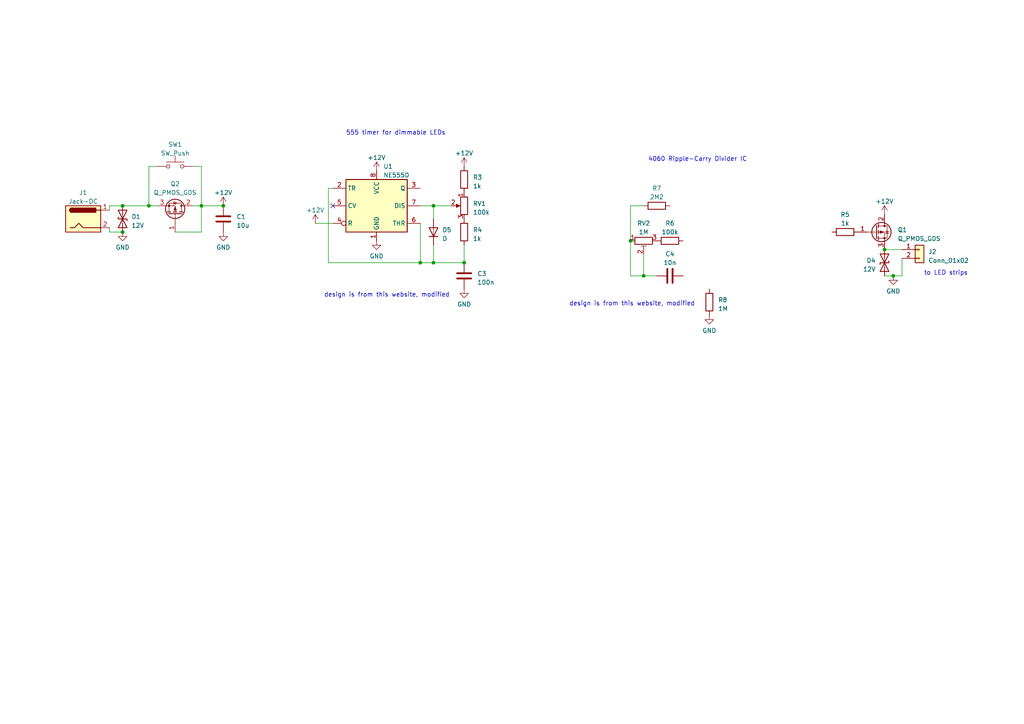
<source format=kicad_sch>
(kicad_sch (version 20230121) (generator eeschema)
  (paper "A4")
  (title_block (title "LED driver") (date "2023-08-13") (rev "1") (company "Author: Jona Heinke"))
  (lib_symbols
    (symbol "Connector:Jack-DC" (pin_names (offset 1.016))
      (property "Reference" "J" (at 0 5.334 0))
      (property "Value" "Jack-DC" (at 0 -5.08 0))
      (symbol "Jack-DC_0_1"
        (rectangle (start -5.08 3.81) (end 5.08 -3.81) (stroke (width 0.254)) (fill (type background)))
        (arc (start -3.302 3.175) (mid -3.9343 2.54) (end -3.302 1.905) (stroke (width 0.254)))
        (arc (start -3.302 3.175) (mid -3.9343 2.54) (end -3.302 1.905) (stroke (width 0.254)) (fill (type outline)))
        (polyline (pts (xy 5.08 2.54) (xy 3.81 2.54)) (stroke (width 0.254)))
        (polyline (pts (xy -3.81 -2.54) (xy -2.54 -2.54) (xy -1.27 -1.27) (xy 0 -2.54) (xy 2.54 -2.54) (xy 5.08 -2.54)) (stroke (width 0.254)))
        (rectangle (start 3.683 3.175) (end -3.302 1.905) (stroke (width 0.254)) (fill (type outline)))
      )
      (symbol "Jack-DC_1_1"
        (pin passive line (at 7.62 2.54 180) (length 2.54) (name "~") (number "1"))
        (pin passive line (at 7.62 -2.54 180) (length 2.54) (name "~") (number "2"))
      )
    )
    (symbol "Connector_Generic:Conn_01x02" (pin_names (offset 1.016) hide)
      (property "Reference" "J" (at 0 2.54 0))
      (property "Value" "Conn_01x02" (at 0 -5.08 0))
      (symbol "Conn_01x02_1_1"
        (rectangle (start -1.27 -2.413) (end 0 -2.667) (stroke (width 0.1524)))
        (rectangle (start -1.27 0.127) (end 0 -0.127) (stroke (width 0.1524)))
        (rectangle (start -1.27 1.27) (end 1.27 -3.81) (stroke (width 0.254)) (fill (type background)))
        (pin passive line (at -5.08 0 0) (length 3.81) (name "Pin_1") (number "1"))
        (pin passive line (at -5.08 -2.54 0) (length 3.81) (name "Pin_2") (number "2"))
      )
    )
    (symbol "Device:C" (pin_numbers hide) (pin_names (offset 0.254))
      (property "Reference" "C" (at 0.635 2.54 0))
      (property "Value" "C" (at 0.635 -2.54 0))
      (symbol "C_0_1"
        (polyline (pts (xy -2.032 -0.762) (xy 2.032 -0.762)) (stroke (width 0.508)))
        (polyline (pts (xy -2.032 0.762) (xy 2.032 0.762)) (stroke (width 0.508)))
      )
      (symbol "C_1_1"
        (pin passive line (at 0 3.81 270) (length 2.794) (name "~") (number "1"))
        (pin passive line (at 0 -3.81 90) (length 2.794) (name "~") (number "2"))
      )
    )
    (symbol "Device:D" (pin_numbers hide) (pin_names (offset 1.016) hide)
      (property "Reference" "D" (at 0 2.54 0))
      (property "Value" "D" (at 0 -2.54 0))
      (symbol "D_0_1"
        (polyline (pts (xy -1.27 1.27) (xy -1.27 -1.27)) (stroke (width 0.254)))
        (polyline (pts (xy 1.27 0) (xy -1.27 0)))
        (polyline (pts (xy 1.27 1.27) (xy 1.27 -1.27) (xy -1.27 0) (xy 1.27 1.27)) (stroke (width 0.254)))
      )
      (symbol "D_1_1"
        (pin passive line (at -3.81 0 0) (length 2.54) (name "K") (number "1"))
        (pin passive line (at 3.81 0 180) (length 2.54) (name "A") (number "2"))
      )
    )
    (symbol "Device:D_TVS" (pin_numbers hide) (pin_names (offset 1.016) hide)
      (property "Reference" "D" (at 0 2.54 0))
      (property "Value" "D_TVS" (at 0 -2.54 0))
      (symbol "D_TVS_0_1"
        (polyline (pts (xy 1.27 0) (xy -1.27 0)))
        (polyline (pts (xy 0.508 1.27) (xy 0 1.27) (xy 0 -1.27) (xy -0.508 -1.27)) (stroke (width 0.254)))
        (polyline (pts (xy -2.54 1.27) (xy -2.54 -1.27) (xy 2.54 1.27) (xy 2.54 -1.27) (xy -2.54 1.27)) (stroke (width 0.254)))
      )
      (symbol "D_TVS_1_1"
        (pin passive line (at -3.81 0 0) (length 2.54) (name "A1") (number "1"))
        (pin passive line (at 3.81 0 180) (length 2.54) (name "A2") (number "2"))
      )
    )
    (symbol "Device:Q_PMOS_GDS" (pin_names (offset 0) hide)
      (property "Reference" "Q" (at 5.08 1.27 0))
      (property "Value" "Q_PMOS_GDS" (at 5.08 -1.27 0))
      (symbol "Q_PMOS_GDS_0_1"
        (polyline (pts (xy 0.254 0) (xy -2.54 0)))
        (polyline (pts (xy 0.254 1.905) (xy 0.254 -1.905)) (stroke (width 0.254)))
        (polyline (pts (xy 0.762 -1.27) (xy 0.762 -2.286)) (stroke (width 0.254)))
        (polyline (pts (xy 0.762 0.508) (xy 0.762 -0.508)) (stroke (width 0.254)))
        (polyline (pts (xy 0.762 2.286) (xy 0.762 1.27)) (stroke (width 0.254)))
        (polyline (pts (xy 2.54 2.54) (xy 2.54 1.778)))
        (polyline (pts (xy 2.54 -2.54) (xy 2.54 0) (xy 0.762 0)))
        (polyline (pts (xy 0.762 1.778) (xy 3.302 1.778) (xy 3.302 -1.778) (xy 0.762 -1.778)))
        (polyline (pts (xy 2.286 0) (xy 1.27 0.381) (xy 1.27 -0.381) (xy 2.286 0)) (fill (type outline)))
        (polyline (pts (xy 2.794 -0.508) (xy 2.921 -0.381) (xy 3.683 -0.381) (xy 3.81 -0.254)))
        (polyline (pts (xy 3.302 -0.381) (xy 2.921 0.254) (xy 3.683 0.254) (xy 3.302 -0.381)))
        (circle (center 1.651 0) (radius 2.794) (stroke (width 0.254)))
        (circle (center 2.54 -1.778) (radius 0.254) (fill (type outline)))
        (circle (center 2.54 1.778) (radius 0.254) (fill (type outline)))
      )
      (symbol "Q_PMOS_GDS_1_1"
        (pin input line (at -5.08 0 0) (length 2.54) (name "G") (number "1"))
        (pin passive line (at 2.54 5.08 270) (length 2.54) (name "D") (number "2"))
        (pin passive line (at 2.54 -5.08 90) (length 2.54) (name "S") (number "3"))
      )
    )
    (symbol "Device:R" (pin_numbers hide) (pin_names (offset 0))
      (property "Reference" "R" (at 2.032 0 90))
      (property "Value" "R" (at 0 0 90))
      (symbol "R_0_1"
        (rectangle (start -1.016 -2.54) (end 1.016 2.54) (stroke (width 0.254)))
      )
      (symbol "R_1_1"
        (pin passive line (at 0 3.81 270) (length 1.27) (name "~") (number "1"))
        (pin passive line (at 0 -3.81 90) (length 1.27) (name "~") (number "2"))
      )
    )
    (symbol "Device:R_Potentiometer" (pin_names (offset 1.016) hide)
      (property "Reference" "RV" (at -4.445 0 90))
      (property "Value" "R_Potentiometer" (at -2.54 0 90))
      (symbol "R_Potentiometer_0_1"
        (polyline (pts (xy 2.54 0) (xy 1.524 0)))
        (polyline (pts (xy 1.143 0) (xy 2.286 0.508) (xy 2.286 -0.508) (xy 1.143 0)) (fill (type outline)))
        (rectangle (start 1.016 2.54) (end -1.016 -2.54) (stroke (width 0.254)))
      )
      (symbol "R_Potentiometer_1_1"
        (pin passive line (at 0 3.81 270) (length 1.27) (name "1") (number "1"))
        (pin passive line (at 3.81 0 180) (length 1.27) (name "2") (number "2"))
        (pin passive line (at 0 -3.81 90) (length 1.27) (name "3") (number "3"))
      )
    )
    (symbol "Device:R_Potentiometer_Trim" (pin_names (offset 1.016) hide)
      (property "Reference" "RV" (at -4.445 0 90))
      (property "Value" "R_Potentiometer_Trim" (at -2.54 0 90))
      (symbol "R_Potentiometer_Trim_0_1"
        (polyline (pts (xy 1.524 0.762) (xy 1.524 -0.762)))
        (polyline (pts (xy 2.54 0) (xy 1.524 0)))
        (rectangle (start 1.016 2.54) (end -1.016 -2.54) (stroke (width 0.254)))
      )
      (symbol "R_Potentiometer_Trim_1_1"
        (pin passive line (at 0 3.81 270) (length 1.27) (name "1") (number "1"))
        (pin passive line (at 3.81 0 180) (length 1.27) (name "2") (number "2"))
        (pin passive line (at 0 -3.81 90) (length 1.27) (name "3") (number "3"))
      )
    )
    (symbol "Switch:SW_Push" (pin_numbers hide) (pin_names (offset 1.016) hide)
      (property "Reference" "SW" (at 1.27 2.54 0))
      (property "Value" "SW_Push" (at 0 -1.524 0))
      (symbol "SW_Push_0_1"
        (circle (center -2.032 0) (radius 0.508))
        (polyline (pts (xy 0 1.27) (xy 0 3.048)))
        (polyline (pts (xy 2.54 1.27) (xy -2.54 1.27)))
        (circle (center 2.032 0) (radius 0.508))
        (pin passive line (at -5.08 0 0) (length 2.54) (name "1") (number "1"))
        (pin passive line (at 5.08 0 180) (length 2.54) (name "2") (number "2"))
      )
    )
    (symbol "Timer:NE555D"
      (property "Reference" "U" (at -10.16 8.89 0))
      (property "Value" "NE555D" (at 2.54 8.89 0))
      (symbol "NE555D_0_0"
        (pin power_in line (at 0 -10.16 90) (length 2.54) (name "GND") (number "1"))
        (pin power_in line (at 0 10.16 270) (length 2.54) (name "VCC") (number "8"))
      )
      (symbol "NE555D_0_1"
        (rectangle (start -8.89 -7.62) (end 8.89 7.62) (stroke (width 0.254)) (fill (type background)))
        (rectangle (start -8.89 -7.62) (end 8.89 7.62) (stroke (width 0.254)) (fill (type background)))
      )
      (symbol "NE555D_1_1"
        (pin input line (at -12.7 5.08 0) (length 3.81) (name "TR") (number "2"))
        (pin output line (at 12.7 5.08 180) (length 3.81) (name "Q") (number "3"))
        (pin input inverted (at -12.7 -5.08 0) (length 3.81) (name "R") (number "4"))
        (pin input line (at -12.7 0 0) (length 3.81) (name "CV") (number "5"))
        (pin input line (at 12.7 -5.08 180) (length 3.81) (name "THR") (number "6"))
        (pin input line (at 12.7 0 180) (length 3.81) (name "DIS") (number "7"))
      )
    )
    (symbol "power:+12V" (power) (pin_names (offset 0))
      (property "Value" "+12V" (at 0 3.556 0))
      (symbol "+12V_0_1"
        (polyline (pts (xy -0.762 1.27) (xy 0 2.54)))
        (polyline (pts (xy 0 0) (xy 0 2.54)))
        (polyline (pts (xy 0 2.54) (xy 0.762 1.27)))
      )
      (symbol "+12V_1_1"
        (pin power_in line (at 0 0 90) (length 0) hide (name "+12V") (number "1"))
      )
    )
    (symbol "power:GND" (power) (pin_names (offset 0))
      (property "Value" "GND" (at 0 -3.81 0))
      (symbol "GND_0_1"
        (polyline (pts (xy 0 0) (xy 0 -1.27) (xy 1.27 -1.27) (xy 0 -2.54) (xy -1.27 -1.27) (xy 0 -1.27)))
      )
      (symbol "GND_1_1"
        (pin power_in line (at 0 0 270) (length 0) hide (name "GND") (number "1"))
      )
    )
  )
  (junction (at 256.54 72.39))
  (junction (at 182.88 69.85))
  (junction (at 125.73 59.69))
  (junction (at 259.08 80.01))
  (junction (at 186.69 80.01))
  (junction (at 58.42 59.69))
  (junction (at 35.56 59.69))
  (junction (at 35.56 67.31))
  (junction (at 134.62 76.2))
  (junction (at 64.77 59.69))
  (junction (at 125.73 76.2))
  (junction (at 121.92 76.2))
  (junction (at 43.18 59.69))
  (no_connect (at 96.52 59.69))
  (wire (pts (xy 58.42 48.26) (xy 58.42 59.69)))
  (wire (pts (xy 95.25 54.61) (xy 95.25 76.2)))
  (wire (pts (xy 125.73 76.2) (xy 125.73 71.12)))
  (wire (pts (xy 186.69 80.01) (xy 190.5 80.01)))
  (wire (pts (xy 121.92 76.2) (xy 125.73 76.2)))
  (wire (pts (xy 186.69 73.66) (xy 186.69 80.01)))
  (wire (pts (xy 43.18 48.26) (xy 45.72 48.26)))
  (wire (pts (xy 31.75 59.69) (xy 35.56 59.69)))
  (wire (pts (xy 259.08 80.01) (xy 261.62 80.01)))
  (wire (pts (xy 256.54 72.39) (xy 261.62 72.39)))
  (wire (pts (xy 43.18 59.69) (xy 35.56 59.69)))
  (wire (pts (xy 95.25 76.2) (xy 121.92 76.2)))
  (wire (pts (xy 182.88 59.69) (xy 182.88 69.85)))
  (wire (pts (xy 182.88 80.01) (xy 186.69 80.01)))
  (wire (pts (xy 182.88 59.69) (xy 186.69 59.69)))
  (wire (pts (xy 55.88 59.69) (xy 58.42 59.69)))
  (wire (pts (xy 121.92 64.77) (xy 121.92 76.2)))
  (wire (pts (xy 134.62 71.12) (xy 134.62 76.2)))
  (wire (pts (xy 182.88 69.85) (xy 182.88 80.01)))
  (wire (pts (xy 31.75 66.04) (xy 31.75 67.31)))
  (wire (pts (xy 43.18 48.26) (xy 43.18 59.69)))
  (wire (pts (xy 58.42 67.31) (xy 58.42 59.69)))
  (wire (pts (xy 31.75 60.96) (xy 31.75 59.69)))
  (wire (pts (xy 125.73 59.69) (xy 130.81 59.69)))
  (wire (pts (xy 55.88 48.26) (xy 58.42 48.26)))
  (wire (pts (xy 50.8 67.31) (xy 58.42 67.31)))
  (wire (pts (xy 45.72 59.69) (xy 43.18 59.69)))
  (wire (pts (xy 58.42 59.69) (xy 64.77 59.69)))
  (wire (pts (xy 134.62 76.2) (xy 125.73 76.2)))
  (wire (pts (xy 31.75 67.31) (xy 35.56 67.31)))
  (wire (pts (xy 96.52 54.61) (xy 95.25 54.61)))
  (wire (pts (xy 261.62 80.01) (xy 261.62 74.93)))
  (wire (pts (xy 121.92 59.69) (xy 125.73 59.69)))
  (wire (pts (xy 256.54 80.01) (xy 259.08 80.01)))
  (wire (pts (xy 91.44 64.77) (xy 96.52 64.77)))
  (wire (pts (xy 125.73 63.5) (xy 125.73 59.69)))
  (text "555 timer for dimmable LEDs" (at 100.33 39.37 0) (effects (font (size 1.27 1.27)) (justify left bottom)))
  (text "to LED strips" (at 267.97 80.01 0) (effects (font (size 1.27 1.27)) (justify left bottom)))
  (text "4060 Ripple-Carry Divider IC" (at 187.96 46.99 0) (effects (font (size 1.27 1.27)) (justify left bottom)))
  (text "design is from this website, modified" (at 93.98 86.36 0) (effects (font (size 1.27 1.27)) (justify left bottom)))
  (text "design is from this website, modified" (at 165.1 88.9 0) (effects (font (size 1.27 1.27)) (justify left bottom)))
  (symbol (lib_id "Device:R") (at 190.5 59.69 90) (unit 1)
    (property "Reference" "R7" (at 190.5 54.61 90))
    (property "Value" "2M2" (at 190.5 57.15 90))
  )
  (symbol (lib_id "Device:Q_PMOS_GDS") (at 50.8 62.23 270) (mirror x) (unit 1)
    (property "Reference" "Q2" (at 50.8 53.34 90))
    (property "Value" "Q_PMOS_GDS" (at 50.8 55.88 90))
  )
  (symbol (lib_id "power:GND") (at 35.56 67.31 0) (unit 1)
    (property "Reference" "#PWR01" (effects hide))
    (property "Value" "GND" (at 35.56 71.755 0))
  )
  (symbol (lib_id "Device:C") (at 194.31 80.01 90) (unit 1)
    (property "Reference" "C4" (at 194.31 73.66 90))
    (property "Value" "10n" (at 194.31 76.2 90))
  )
  (symbol (lib_id "Device:R") (at 134.62 52.07 0) (unit 1)
    (property "Reference" "R3" (at 137.16 51.435 0) (effects (justify left)))
    (property "Value" "1k" (at 137.16 53.975 0) (effects (justify left)))
  )
  (symbol (lib_id "Connector_Generic:Conn_01x02") (at 266.7 72.39 0) (unit 1)
    (property "Reference" "J2" (at 269.24 73.025 0) (effects (justify left)))
    (property "Value" "Conn_01x02" (at 269.24 75.565 0) (effects (justify left)))
  )
  (symbol (lib_id "Device:R") (at 134.62 67.31 0) (unit 1)
    (property "Reference" "R4" (at 137.16 66.675 0) (effects (justify left)))
    (property "Value" "1k" (at 137.16 69.215 0) (effects (justify left)))
  )
  (symbol (lib_id "Device:R") (at 245.11 67.31 90) (unit 1)
    (property "Reference" "R5" (at 245.11 62.23 90))
    (property "Value" "1k" (at 245.11 64.77 90))
  )
  (symbol (lib_id "Device:R_Potentiometer_Trim") (at 186.69 69.85 90) (mirror x) (unit 1)
    (property "Reference" "RV2" (at 186.69 64.77 90))
    (property "Value" "1M" (at 186.69 67.31 90))
  )
  (symbol (lib_id "Device:D_TVS") (at 35.56 63.5 90) (unit 1)
    (property "Reference" "D1" (at 38.1 62.865 90) (effects (justify right)))
    (property "Value" "12V" (at 38.1 65.405 90) (effects (justify right)))
  )
  (symbol (lib_id "Device:R") (at 205.74 87.63 0) (unit 1)
    (property "Reference" "R8" (at 208.28 86.995 0) (effects (justify left)))
    (property "Value" "1M" (at 208.28 89.535 0) (effects (justify left)))
  )
  (symbol (lib_id "Device:Q_PMOS_GDS") (at 254 67.31 0) (unit 1)
    (property "Reference" "Q1" (at 260.35 66.675 0) (effects (justify left)))
    (property "Value" "Q_PMOS_GDS" (at 260.35 69.215 0) (effects (justify left)))
  )
  (symbol (lib_id "power:GND") (at 205.74 91.44 0) (unit 1)
    (property "Reference" "#PWR010" (effects hide))
    (property "Value" "GND" (at 205.74 95.885 0))
  )
  (symbol (lib_id "power:+12V") (at 134.62 48.26 0) (unit 1)
    (property "Reference" "#PWR05" (effects hide))
    (property "Value" "+12V" (at 134.62 44.45 0))
  )
  (symbol (lib_id "Device:D") (at 125.73 67.31 90) (unit 1)
    (property "Reference" "D5" (at 128.27 66.675 90) (effects (justify right)))
    (property "Value" "D" (at 128.27 69.215 90) (effects (justify right)))
    (property "Sim.Device" "D" (effects hide))
    (property "Sim.Pins" "1=K 2=A" (effects hide))
  )
  (symbol (lib_id "Connector:Jack-DC") (at 24.13 63.5 0) (unit 1)
    (property "Reference" "J1" (at 24.13 55.88 0))
    (property "Value" "Jack-DC" (at 24.13 58.42 0))
  )
  (symbol (lib_id "power:+12V") (at 64.77 59.69 0) (unit 1)
    (property "Reference" "#PWR02" (effects hide))
    (property "Value" "+12V" (at 64.77 55.88 0))
  )
  (symbol (lib_id "power:GND") (at 109.22 69.85 0) (unit 1)
    (property "Reference" "#PWR04" (effects hide))
    (property "Value" "GND" (at 109.22 74.295 0))
  )
  (symbol (lib_id "Device:R") (at 194.31 69.85 90) (unit 1)
    (property "Reference" "R6" (at 194.31 64.77 90))
    (property "Value" "100k" (at 194.31 67.31 90))
  )
  (symbol (lib_id "power:+12V") (at 256.54 62.23 0) (unit 1)
    (property "Reference" "#PWR08" (effects hide))
    (property "Value" "+12V" (at 256.54 58.42 0))
  )
  (symbol (lib_id "power:GND") (at 134.62 83.82 0) (unit 1)
    (property "Reference" "#PWR06" (effects hide))
    (property "Value" "GND" (at 134.62 88.265 0))
  )
  (symbol (lib_id "power:GND") (at 259.08 80.01 0) (unit 1)
    (property "Reference" "#PWR09" (effects hide))
    (property "Value" "GND" (at 259.08 84.455 0))
  )
  (symbol (lib_id "Device:D_TVS") (at 256.54 76.2 270) (mirror x) (unit 1)
    (property "Reference" "D4" (at 254 75.565 90) (effects (justify right)))
    (property "Value" "12V" (at 254 78.105 90) (effects (justify right)))
  )
  (symbol (lib_id "power:GND") (at 64.77 67.31 0) (unit 1)
    (property "Reference" "#PWR012" (effects hide))
    (property "Value" "GND" (at 64.77 71.755 0))
  )
  (symbol (lib_id "Switch:SW_Push") (at 50.8 48.26 0) (unit 1)
    (property "Reference" "SW1" (at 50.8 41.91 0))
    (property "Value" "SW_Push" (at 50.8 44.45 0))
  )
  (symbol (lib_id "Timer:NE555D") (at 109.22 59.69 0) (unit 1)
    (property "Reference" "U1" (at 111.1759 48.26 0) (effects (justify left)))
    (property "Value" "NE555D" (at 111.1759 50.8 0) (effects (justify left)))
    (property "Footprint" "Package_SO:SOIC-8_3.9x4.9mm_P1.27mm" (effects hide))
    (property "Datasheet" "http://www.ti.com/lit/ds/symlink/ne555.pdf" (effects hide))
  )
  (symbol (lib_id "power:+12V") (at 91.44 64.77 0) (unit 1)
    (property "Reference" "#PWR07" (effects hide))
    (property "Value" "+12V" (at 91.44 60.96 0))
  )
  (symbol (lib_id "Device:C") (at 134.62 80.01 0) (unit 1)
    (property "Reference" "C3" (at 138.43 79.375 0) (effects (justify left)))
    (property "Value" "100n" (at 138.43 81.915 0) (effects (justify left)))
  )
  (symbol (lib_id "Device:R_Potentiometer") (at 134.62 59.69 0) (mirror y) (unit 1)
    (property "Reference" "RV1" (at 137.16 59.055 0) (effects (justify right)))
    (property "Value" "100k" (at 137.16 61.595 0) (effects (justify right)))
  )
  (symbol (lib_id "power:+12V") (at 109.22 49.53 0) (unit 1)
    (property "Reference" "#PWR03" (effects hide))
    (property "Value" "+12V" (at 109.22 45.72 0))
  )
  (symbol (lib_id "Device:C") (at 64.77 63.5 0) (unit 1)
    (property "Reference" "C1" (at 68.58 62.865 0) (effects (justify left)))
    (property "Value" "10u" (at 68.58 65.405 0) (effects (justify left)))
  )
)
</source>
